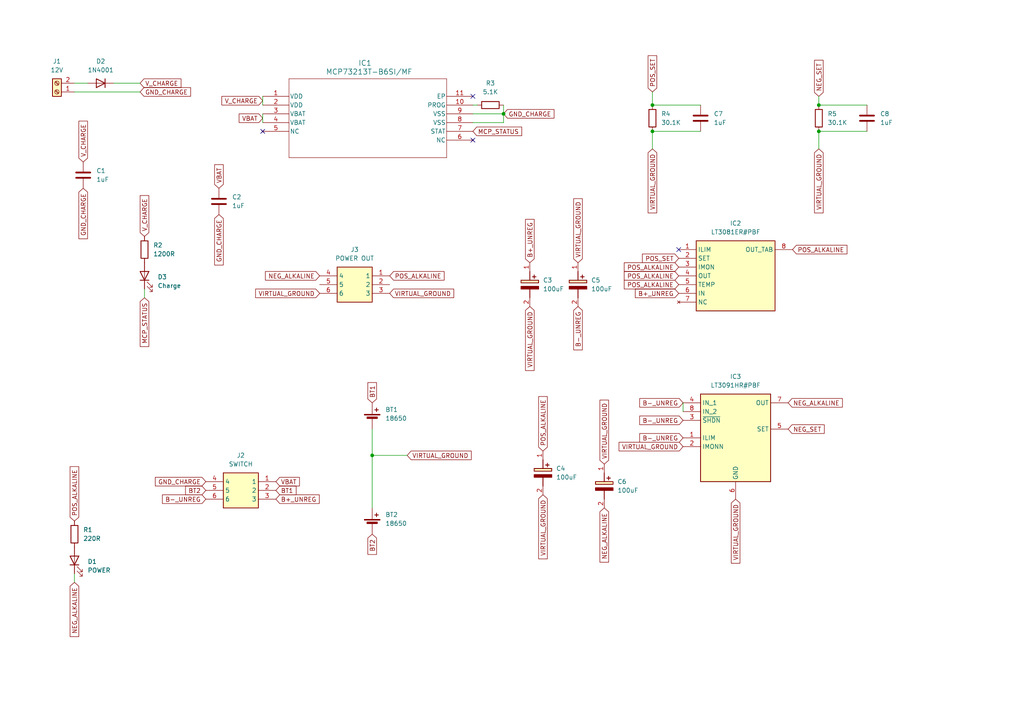
<source format=kicad_sch>
(kicad_sch (version 20231120) (generator "eeschema") (generator_version "8.0")
  (paper "A4")
  (lib_symbols
    (symbol "Connector:Screw_Terminal_01x02" (pin_names (offset 1.016) hide)
      (property "Reference" "J" (at 0 2.54 0))
      (property "Value" "Screw_Terminal_01x02" (at 0 -5.08 0))
      (symbol "Screw_Terminal_01x02_1_1"
        (rectangle (start -1.27 1.27) (end 1.27 -3.81) (stroke (width 0.254)) (fill (type background)))
        (circle (center 0 -2.54) (radius 0.635) (stroke (width 0.1524)))
        (polyline (pts (xy -0.5334 -2.2098) (xy 0.3302 -3.048)) (stroke (width 0.1524)))
        (polyline (pts (xy -0.5334 0.3302) (xy 0.3302 -0.508)) (stroke (width 0.1524)))
        (polyline (pts (xy -0.3556 -2.032) (xy 0.508 -2.8702)) (stroke (width 0.1524)))
        (polyline (pts (xy -0.3556 0.508) (xy 0.508 -0.3302)) (stroke (width 0.1524)))
        (circle (center 0 0) (radius 0.635) (stroke (width 0.1524)))
        (pin passive line (at -5.08 0 0) (length 3.81) (name "Pin_1") (number "1"))
        (pin passive line (at -5.08 -2.54 0) (length 3.81) (name "Pin_2") (number "2"))
      )
    )
    (symbol "Device:Battery_Cell" (pin_numbers hide) (pin_names (offset 0) hide)
      (property "Reference" "BT" (at 2.54 2.54 0))
      (property "Value" "Battery_Cell" (at 2.54 0 0))
      (symbol "Battery_Cell_0_1"
        (rectangle (start -2.286 1.778) (end 2.286 1.524) (fill (type outline)))
        (rectangle (start -1.524 1.016) (end 1.524 0.508) (fill (type outline)))
        (polyline (pts (xy 0 0.762) (xy 0 0)))
        (polyline (pts (xy 0 1.778) (xy 0 2.54)))
        (polyline (pts (xy 0.762 3.048) (xy 1.778 3.048)) (stroke (width 0.254)))
        (polyline (pts (xy 1.27 3.556) (xy 1.27 2.54)) (stroke (width 0.254)))
      )
      (symbol "Battery_Cell_1_1"
        (pin passive line (at 0 5.08 270) (length 2.54) (name "+") (number "1"))
        (pin passive line (at 0 -2.54 90) (length 2.54) (name "-") (number "2"))
      )
    )
    (symbol "Device:C" (pin_numbers hide) (pin_names (offset 0.254))
      (property "Reference" "C" (at 0.635 2.54 0))
      (property "Value" "C" (at 0.635 -2.54 0))
      (symbol "C_0_1"
        (polyline (pts (xy -2.032 -0.762) (xy 2.032 -0.762)) (stroke (width 0.508)))
        (polyline (pts (xy -2.032 0.762) (xy 2.032 0.762)) (stroke (width 0.508)))
      )
      (symbol "C_1_1"
        (pin passive line (at 0 3.81 270) (length 2.794) (name "~") (number "1"))
        (pin passive line (at 0 -3.81 90) (length 2.794) (name "~") (number "2"))
      )
    )
    (symbol "Device:D" (pin_numbers hide) (pin_names (offset 1.016) hide)
      (property "Reference" "D" (at 0 2.54 0))
      (property "Value" "D" (at 0 -2.54 0))
      (symbol "D_0_1"
        (polyline (pts (xy -1.27 1.27) (xy -1.27 -1.27)) (stroke (width 0.254)))
        (polyline (pts (xy 1.27 0) (xy -1.27 0)))
        (polyline (pts (xy 1.27 1.27) (xy 1.27 -1.27) (xy -1.27 0) (xy 1.27 1.27)) (stroke (width 0.254)))
      )
      (symbol "D_1_1"
        (pin passive line (at -3.81 0 0) (length 2.54) (name "K") (number "1"))
        (pin passive line (at 3.81 0 180) (length 2.54) (name "A") (number "2"))
      )
    )
    (symbol "Device:LED" (pin_numbers hide) (pin_names (offset 1.016) hide)
      (property "Reference" "D" (at 0 2.54 0))
      (property "Value" "LED" (at 0 -2.54 0))
      (symbol "LED_0_1"
        (polyline (pts (xy -1.27 -1.27) (xy -1.27 1.27)) (stroke (width 0.254)))
        (polyline (pts (xy -1.27 0) (xy 1.27 0)))
        (polyline (pts (xy 1.27 -1.27) (xy 1.27 1.27) (xy -1.27 0) (xy 1.27 -1.27)) (stroke (width 0.254)))
        (polyline (pts (xy -3.048 -0.762) (xy -4.572 -2.286) (xy -3.81 -2.286) (xy -4.572 -2.286) (xy -4.572 -1.524)))
        (polyline (pts (xy -1.778 -0.762) (xy -3.302 -2.286) (xy -2.54 -2.286) (xy -3.302 -2.286) (xy -3.302 -1.524)))
      )
      (symbol "LED_1_1"
        (pin passive line (at -3.81 0 0) (length 2.54) (name "K") (number "1"))
        (pin passive line (at 3.81 0 180) (length 2.54) (name "A") (number "2"))
      )
    )
    (symbol "Device:R" (pin_numbers hide) (pin_names (offset 0))
      (property "Reference" "R" (at 2.032 0 90))
      (property "Value" "R" (at 0 0 90))
      (symbol "R_0_1"
        (rectangle (start -1.016 -2.54) (end 1.016 2.54) (stroke (width 0.254)))
      )
      (symbol "R_1_1"
        (pin passive line (at 0 3.81 270) (length 1.27) (name "~") (number "1"))
        (pin passive line (at 0 -3.81 90) (length 1.27) (name "~") (number "2"))
      )
    )
    (symbol "LT3081:LT3081ER#PBF"
      (property "Reference" "IC" (at 29.21 7.62 0))
      (property "Value" "LT3081ER#PBF" (at 29.21 5.08 0))
      (symbol "LT3081ER#PBF_1_1"
        (rectangle (start 5.08 2.54) (end 27.94 -17.78) (stroke (width 0.254)) (fill (type background)))
        (pin passive line (at 0 0 0) (length 5.08) (name "ILIM") (number "1"))
        (pin passive line (at 0 -2.54 0) (length 5.08) (name "SET") (number "2"))
        (pin passive line (at 0 -5.08 0) (length 5.08) (name "IMON") (number "3"))
        (pin output line (at 0 -7.62 0) (length 5.08) (name "OUT") (number "4"))
        (pin passive line (at 0 -10.16 0) (length 5.08) (name "TEMP") (number "5"))
        (pin input line (at 0 -12.7 0) (length 5.08) (name "IN") (number "6"))
        (pin no_connect line (at 0 -15.24 0) (length 5.08) (name "NC") (number "7"))
        (pin output line (at 33.02 0 180) (length 5.08) (name "OUT_TAB") (number "8"))
      )
    )
    (symbol "LT3091:LT3091HR#PBF"
      (property "Reference" "IC" (at 26.67 7.62 0))
      (property "Value" "LT3091HR#PBF" (at 26.67 5.08 0))
      (symbol "LT3091HR#PBF_1_1"
        (rectangle (start 5.08 2.54) (end 25.4 -22.86) (stroke (width 0.254)) (fill (type background)))
        (pin passive line (at 0 -10.16 0) (length 5.08) (name "ILIM") (number "1"))
        (pin passive line (at 0 -12.7 0) (length 5.08) (name "IMONN") (number "2"))
        (pin passive line (at 0 -5.08 0) (length 5.08) (name "~{SHDN}") (number "3"))
        (pin passive line (at 0 0 0) (length 5.08) (name "IN_1") (number "4"))
        (pin passive line (at 30.48 -7.62 180) (length 5.08) (name "SET") (number "5"))
        (pin passive line (at 15.24 -27.94 90) (length 5.08) (name "GND") (number "6"))
        (pin passive line (at 30.48 0 180) (length 5.08) (name "OUT") (number "7"))
        (pin passive line (at 0 -2.54 0) (length 5.08) (name "IN_2") (number "8"))
      )
    )
    (symbol "MCP73213T:MCP73213T-A6SI_MF" (pin_names (offset 0.254))
      (property "Reference" "U" (at 30.48 10.16 0))
      (property "Value" "MCP73213T-A6SI/MF" (at 30.48 7.62 0))
      (symbol "MCP73213T-A6SI_MF_0_1"
        (polyline (pts (xy 7.62 -17.78) (xy 53.34 -17.78)) (stroke (width 0.127)))
        (polyline (pts (xy 7.62 5.08) (xy 7.62 -17.78)) (stroke (width 0.127)))
        (polyline (pts (xy 53.34 -17.78) (xy 53.34 5.08)) (stroke (width 0.127)))
        (polyline (pts (xy 53.34 5.08) (xy 7.62 5.08)) (stroke (width 0.127)))
        (pin power_in line (at 0 0 0) (length 7.62) (name "VDD") (number "1"))
        (pin unspecified line (at 60.96 -2.54 180) (length 7.62) (name "PROG") (number "10"))
        (pin unspecified line (at 60.96 0 180) (length 7.62) (name "EP") (number "11"))
        (pin power_in line (at 0 -2.54 0) (length 7.62) (name "VDD") (number "2"))
        (pin power_in line (at 0 -5.08 0) (length 7.62) (name "VBAT") (number "3"))
        (pin power_in line (at 0 -7.62 0) (length 7.62) (name "VBAT") (number "4"))
        (pin no_connect line (at 0 -10.16 0) (length 7.62) (name "NC") (number "5"))
        (pin no_connect line (at 60.96 -12.7 180) (length 7.62) (name "NC") (number "6"))
        (pin output line (at 60.96 -10.16 180) (length 7.62) (name "STAT") (number "7"))
        (pin power_in line (at 60.96 -7.62 180) (length 7.62) (name "VSS") (number "8"))
        (pin power_in line (at 60.96 -5.08 180) (length 7.62) (name "VSS") (number "9"))
      )
    )
    (symbol "WurthCap:865080343009" (pin_names hide)
      (property "Reference" "C" (at 8.89 6.35 0))
      (property "Value" "865080343009" (at 8.89 3.81 0))
      (symbol "865080343009_1_1"
        (polyline (pts (xy 2.54 0) (xy 5.08 0)) (stroke (width 0.254)))
        (polyline (pts (xy 4.064 1.778) (xy 4.064 0.762)) (stroke (width 0.254)))
        (polyline (pts (xy 4.572 1.27) (xy 3.556 1.27)) (stroke (width 0.254)))
        (polyline (pts (xy 7.62 0) (xy 10.16 0)) (stroke (width 0.254)))
        (polyline (pts (xy 7.62 2.54) (xy 7.62 -2.54) (xy 6.858 -2.54) (xy 6.858 2.54) (xy 7.62 2.54)) (stroke (width 0.254)) (fill (type outline)))
        (rectangle (start 5.08 2.54) (end 5.842 -2.54) (stroke (width 0.254)) (fill (type background)))
        (pin passive line (at 0 0 0) (length 2.54) (name "+") (number "1"))
        (pin passive line (at 12.7 0 180) (length 2.54) (name "-") (number "2"))
      )
    )
    (symbol "pcie:45558-0003"
      (property "Reference" "J" (at 16.51 7.62 0))
      (property "Value" "45558-0003" (at 16.51 5.08 0))
      (symbol "45558-0003_1_1"
        (rectangle (start 5.08 2.54) (end 15.24 -7.62) (stroke (width 0.254)) (fill (type background)))
        (pin passive line (at 20.32 0 180) (length 5.08) (name "1") (number "1"))
        (pin passive line (at 20.32 -2.54 180) (length 5.08) (name "2") (number "2"))
        (pin passive line (at 20.32 -5.08 180) (length 5.08) (name "3") (number "3"))
        (pin passive line (at 0 0 0) (length 5.08) (name "4") (number "4"))
        (pin passive line (at 0 -2.54 0) (length 5.08) (name "5") (number "5"))
        (pin passive line (at 0 -5.08 0) (length 5.08) (name "6") (number "6"))
      )
    )
  )
  (junction (at 189.23 38.1))
  (junction (at 189.23 30.48))
  (junction (at 237.49 38.1))
  (junction (at 146.05 33.02))
  (junction (at 237.49 30.48))
  (junction (at 107.95 132.08))
  (no_connect (at 137.16 27.94))
  (no_connect (at 76.2 38.1))
  (no_connect (at 137.16 40.64))
  (no_connect (at 196.85 72.39))
  (wire (pts (xy 137.16 33.02) (xy 146.05 33.02)))
  (wire (pts (xy 137.16 30.48) (xy 138.43 30.48)))
  (wire (pts (xy 21.59 168.91) (xy 21.59 166.37)))
  (wire (pts (xy 137.16 35.56) (xy 146.05 35.56)))
  (wire (pts (xy 21.59 26.67) (xy 40.64 26.67)))
  (wire (pts (xy 189.23 26.67) (xy 189.23 30.48)))
  (wire (pts (xy 189.23 43.18) (xy 189.23 38.1)))
  (wire (pts (xy 237.49 38.1) (xy 237.49 43.18)))
  (wire (pts (xy 237.49 38.1) (xy 251.46 38.1)))
  (wire (pts (xy 237.49 30.48) (xy 251.46 30.48)))
  (wire (pts (xy 41.91 86.36) (xy 41.91 83.82)))
  (wire (pts (xy 21.59 24.13) (xy 25.4 24.13)))
  (wire (pts (xy 198.12 116.84) (xy 198.12 119.38)))
  (wire (pts (xy 76.2 33.02) (xy 76.2 35.56)))
  (wire (pts (xy 76.2 27.94) (xy 76.2 30.48)))
  (wire (pts (xy 189.23 38.1) (xy 203.2 38.1)))
  (wire (pts (xy 107.95 124.46) (xy 107.95 132.08)))
  (wire (pts (xy 237.49 27.94) (xy 237.49 30.48)))
  (wire (pts (xy 146.05 35.56) (xy 146.05 33.02)))
  (wire (pts (xy 107.95 132.08) (xy 107.95 147.32)))
  (wire (pts (xy 189.23 30.48) (xy 203.2 30.48)))
  (wire (pts (xy 146.05 30.48) (xy 146.05 33.02)))
  (wire (pts (xy 33.02 24.13) (xy 40.64 24.13)))
  (wire (pts (xy 118.11 132.08) (xy 107.95 132.08)))
  (global_label "V_CHARGE" (shape input) (at 41.91 68.58 90) (property "Intersheetrefs" "${INTERSHEET_REFS}" (effects (hide yes))))
  (global_label "V_CHARGE" (shape input) (at 24.13 46.99 90) (property "Intersheetrefs" "${INTERSHEET_REFS}" (effects (hide yes))))
  (global_label "BT2" (shape input) (at 59.69 142.24 180) (property "Intersheetrefs" "${INTERSHEET_REFS}" (effects (hide yes))))
  (global_label "POS_ALKALINE" (shape input) (at 196.85 82.55 180) (property "Intersheetrefs" "${INTERSHEET_REFS}" (effects (hide yes))))
  (global_label "V_CHARGE" (shape input) (at 76.2 29.21 180) (property "Intersheetrefs" "${INTERSHEET_REFS}" (effects (hide yes))))
  (global_label "VBAT" (shape input) (at 63.5 54.61 90) (property "Intersheetrefs" "${INTERSHEET_REFS}" (effects (hide yes))))
  (global_label "VIRTUAL_GROUND" (shape input) (at 189.23 43.18 270) (property "Intersheetrefs" "${INTERSHEET_REFS}" (effects (hide yes))))
  (global_label "POS_ALKALINE" (shape input) (at 196.85 77.47 180) (property "Intersheetrefs" "${INTERSHEET_REFS}" (effects (hide yes))))
  (global_label "B-_UNREG" (shape input) (at 198.12 121.92 180) (property "Intersheetrefs" "${INTERSHEET_REFS}" (effects (hide yes))))
  (global_label "NEG_ALKALINE" (shape input) (at 21.59 168.91 270) (property "Intersheetrefs" "${INTERSHEET_REFS}" (effects (hide yes))))
  (global_label "POS_SET" (shape input) (at 189.23 26.67 90) (property "Intersheetrefs" "${INTERSHEET_REFS}" (effects (hide yes))))
  (global_label "POS_ALKALINE" (shape input) (at 196.85 80.01 180) (property "Intersheetrefs" "${INTERSHEET_REFS}" (effects (hide yes))))
  (global_label "BT1" (shape input) (at 107.95 116.84 90) (property "Intersheetrefs" "${INTERSHEET_REFS}" (effects (hide yes))))
  (global_label "POS_SET" (shape input) (at 196.85 74.93 180) (property "Intersheetrefs" "${INTERSHEET_REFS}" (effects (hide yes))))
  (global_label "POS_ALKALINE" (shape input) (at 21.59 151.13 90) (property "Intersheetrefs" "${INTERSHEET_REFS}" (effects (hide yes))))
  (global_label "VBAT" (shape input) (at 80.01 139.7 0) (property "Intersheetrefs" "${INTERSHEET_REFS}" (effects (hide yes))))
  (global_label "NEG_SET" (shape input) (at 237.49 27.94 90) (property "Intersheetrefs" "${INTERSHEET_REFS}" (effects (hide yes))))
  (global_label "VIRTUAL_GROUND" (shape input) (at 237.49 43.18 270) (property "Intersheetrefs" "${INTERSHEET_REFS}" (effects (hide yes))))
  (global_label "POS_ALKALINE" (shape input) (at 157.48 130.81 90) (property "Intersheetrefs" "${INTERSHEET_REFS}" (effects (hide yes))))
  (global_label "NEG_ALKALINE" (shape input) (at 228.6 116.84 0) (property "Intersheetrefs" "${INTERSHEET_REFS}" (effects (hide yes))))
  (global_label "GND_CHARGE" (shape input) (at 24.13 54.61 270) (property "Intersheetrefs" "${INTERSHEET_REFS}" (effects (hide yes))))
  (global_label "NEG_ALKALINE" (shape input) (at 92.71 80.01 180) (property "Intersheetrefs" "${INTERSHEET_REFS}" (effects (hide yes))))
  (global_label "VIRTUAL_GROUND" (shape input) (at 175.26 134.62 90) (property "Intersheetrefs" "${INTERSHEET_REFS}" (effects (hide yes))))
  (global_label "MCP_STATUS" (shape input) (at 41.91 86.36 270) (property "Intersheetrefs" "${INTERSHEET_REFS}" (effects (hide yes))))
  (global_label "VBAT" (shape input) (at 76.2 34.29 180) (property "Intersheetrefs" "${INTERSHEET_REFS}" (effects (hide yes))))
  (global_label "NEG_SET" (shape input) (at 228.6 124.46 0) (property "Intersheetrefs" "${INTERSHEET_REFS}" (effects (hide yes))))
  (global_label "VIRTUAL_GROUND" (shape input) (at 113.03 85.09 0) (property "Intersheetrefs" "${INTERSHEET_REFS}" (effects (hide yes))))
  (global_label "POS_ALKALINE" (shape input) (at 113.03 80.01 0) (property "Intersheetrefs" "${INTERSHEET_REFS}" (effects (hide yes))))
  (global_label "B-_UNREG" (shape input) (at 198.12 116.84 180) (property "Intersheetrefs" "${INTERSHEET_REFS}" (effects (hide yes))))
  (global_label "V_CHARGE" (shape input) (at 40.64 24.13 0) (property "Intersheetrefs" "${INTERSHEET_REFS}" (effects (hide yes))))
  (global_label "B-_UNREG" (shape input) (at 59.69 144.78 180) (property "Intersheetrefs" "${INTERSHEET_REFS}" (effects (hide yes))))
  (global_label "VIRTUAL_GROUND" (shape input) (at 153.67 88.9 270) (property "Intersheetrefs" "${INTERSHEET_REFS}" (effects (hide yes))))
  (global_label "VIRTUAL_GROUND" (shape input) (at 157.48 143.51 270) (property "Intersheetrefs" "${INTERSHEET_REFS}" (effects (hide yes))))
  (global_label "VIRTUAL_GROUND" (shape input) (at 167.64 76.2 90) (property "Intersheetrefs" "${INTERSHEET_REFS}" (effects (hide yes))))
  (global_label "B-_UNREG" (shape input) (at 167.64 88.9 270) (property "Intersheetrefs" "${INTERSHEET_REFS}" (effects (hide yes))))
  (global_label "POS_ALKALINE" (shape input) (at 229.87 72.39 0) (property "Intersheetrefs" "${INTERSHEET_REFS}" (effects (hide yes))))
  (global_label "B+_UNREG" (shape input) (at 153.67 76.2 90) (property "Intersheetrefs" "${INTERSHEET_REFS}" (effects (hide yes))))
  (global_label "B-_UNREG" (shape input) (at 198.12 127 180) (property "Intersheetrefs" "${INTERSHEET_REFS}" (effects (hide yes))))
  (global_label "BT2" (shape input) (at 107.95 154.94 270) (property "Intersheetrefs" "${INTERSHEET_REFS}" (effects (hide yes))))
  (global_label "GND_CHARGE" (shape input) (at 59.69 139.7 180) (property "Intersheetrefs" "${INTERSHEET_REFS}" (effects (hide yes))))
  (global_label "VIRTUAL_GROUND" (shape input) (at 213.36 144.78 270) (property "Intersheetrefs" "${INTERSHEET_REFS}" (effects (hide yes))))
  (global_label "VIRTUAL_GROUND" (shape input) (at 118.11 132.08 0) (property "Intersheetrefs" "${INTERSHEET_REFS}" (effects (hide yes))))
  (global_label "VIRTUAL_GROUND" (shape input) (at 92.71 85.09 180) (property "Intersheetrefs" "${INTERSHEET_REFS}" (effects (hide yes))))
  (global_label "BT1" (shape input) (at 80.01 142.24 0) (property "Intersheetrefs" "${INTERSHEET_REFS}" (effects (hide yes))))
  (global_label "MCP_STATUS" (shape input) (at 137.16 38.1 0) (property "Intersheetrefs" "${INTERSHEET_REFS}" (effects (hide yes))))
  (global_label "NEG_ALKALINE" (shape input) (at 175.26 147.32 270) (property "Intersheetrefs" "${INTERSHEET_REFS}" (effects (hide yes))))
  (global_label "B+_UNREG" (shape input) (at 80.01 144.78 0) (property "Intersheetrefs" "${INTERSHEET_REFS}" (effects (hide yes))))
  (global_label "VIRTUAL_GROUND" (shape input) (at 198.12 129.54 180) (property "Intersheetrefs" "${INTERSHEET_REFS}" (effects (hide yes))))
  (global_label "GND_CHARGE" (shape input) (at 63.5 62.23 270) (property "Intersheetrefs" "${INTERSHEET_REFS}" (effects (hide yes))))
  (global_label "GND_CHARGE" (shape input) (at 146.05 33.02 0) (property "Intersheetrefs" "${INTERSHEET_REFS}" (effects (hide yes))))
  (global_label "GND_CHARGE" (shape input) (at 40.64 26.67 0) (property "Intersheetrefs" "${INTERSHEET_REFS}" (effects (hide yes))))
  (global_label "B+_UNREG" (shape input) (at 196.85 85.09 180) (property "Intersheetrefs" "${INTERSHEET_REFS}" (effects (hide yes))))
  (symbol (lib_id "WurthCap:865080343009") (at 157.48 130.81 270) (unit 1)
    (property "Reference" "C4" (at 161.29 135.8899 90) (effects (justify left)))
    (property "Value" "100uF" (at 161.29 138.4299 90) (effects (justify left)))
    (property "Footprint" "WurthCap:865080343009" (effects (hide yes)))
    (property "Datasheet" "http://katalog.we-online.com/pbs/datasheet/865080343009.pdf" (effects (hide yes)))
    (property "Description" "Wurth Elektronik 100uF 16 V dc Aluminium Electrolytic Capacitor, WCAP-ASLI Series 2000h 6.3 (Dia.) x 5.35mm" (effects (hide yes)))
    (property "Height" "5" (effects (hide yes)))
    (property "Manufacturer_Name" "Wurth Elektronik" (effects (hide yes)))
    (property "Manufacturer_Part_Number" "865080343009" (effects (hide yes)))
    (property "Mouser Part Number" "710-865080343009" (effects (hide yes)))
    (property "Mouser Price/Stock" "https://www.mouser.co.uk/ProductDetail/Wurth-Elektronik/865080343009?qs=0KOYDY2FL28Gid9q%2FqirTQ%3D%3D" (effects (hide yes)))
  )
  (symbol (lib_id "Device:D") (at 29.21 24.13 180) (unit 1)
    (property "Reference" "D2" (at 29.21 17.78 0))
    (property "Value" "1N4001" (at 29.21 20.32 0))
    (property "Footprint" "Diode_THT:D_DO-41_SOD81_P10.16mm_Horizontal" (effects (hide yes)))
    (property "Description" "Diode" (effects (hide yes)))
    (property "Sim.Device" "D" (effects (hide yes)))
    (property "Sim.Pins" "1=K 2=A" (effects (hide yes)))
  )
  (symbol (lib_id "Device:C") (at 203.2 34.29 0) (unit 1)
    (property "Reference" "C7" (at 207.01 33.0199 0) (effects (justify left)))
    (property "Value" "1uF" (at 207.01 35.5599 0) (effects (justify left)))
    (property "Footprint" "Capacitor_SMD:C_0603_1608Metric" (effects (hide yes)))
    (property "Description" "Unpolarized capacitor" (effects (hide yes)))
  )
  (symbol (lib_id "Device:C") (at 24.13 50.8 0) (unit 1)
    (property "Reference" "C1" (at 27.94 49.5299 0) (effects (justify left)))
    (property "Value" "1uF" (at 27.94 52.0699 0) (effects (justify left)))
    (property "Footprint" "PCM_Capacitor_SMD_AKL:C_0603_1608Metric_Pad1.08x0.95mm_HandSolder" (effects (hide yes)))
    (property "Description" "Unpolarized capacitor" (effects (hide yes)))
  )
  (symbol (lib_id "LT3081:LT3081ER#PBF") (at 196.85 72.39 0) (unit 1)
    (property "Reference" "IC2" (at 213.36 64.77 0))
    (property "Value" "LT3081ER#PBF" (at 213.36 67.31 0))
    (property "Footprint" "LT3081:TO127P1394X457-8N" (effects (hide yes)))
    (property "Datasheet" "http://cds.linear.com/docs/en/datasheet/3081fc.pdf" (effects (hide yes)))
    (property "Description" "1.5A Single Resistor Rugged Linear Regulator with Monitors" (effects (hide yes)))
    (property "Height" "4.572" (effects (hide yes)))
    (property "Manufacturer_Name" "Analog Devices" (effects (hide yes)))
    (property "Manufacturer_Part_Number" "LT3081ER#PBF" (effects (hide yes)))
    (property "Mouser Part Number" "584-LT3081ER#PBF" (effects (hide yes)))
    (property "Mouser Price/Stock" "https://www.mouser.co.uk/ProductDetail/Analog-Devices/LT3081ERPBF?qs=hVkxg5c3xu9EsVcFcpdoiQ%3D%3D" (effects (hide yes)))
    (property "Arrow Part Number" "LT3081ER#PBF" (effects (hide yes)))
    (property "Arrow Price/Stock" "https://www.arrow.com/en/products/lt3081erpbf/analog-devices?region=nac" (effects (hide yes)))
  )
  (symbol (lib_id "Device:C") (at 63.5 58.42 0) (unit 1)
    (property "Reference" "C2" (at 67.31 57.1499 0) (effects (justify left)))
    (property "Value" "1uF" (at 67.31 59.6899 0) (effects (justify left)))
    (property "Footprint" "PCM_Capacitor_SMD_AKL:C_0603_1608Metric_Pad1.08x0.95mm_HandSolder" (effects (hide yes)))
    (property "Description" "Unpolarized capacitor" (effects (hide yes)))
  )
  (symbol (lib_id "Device:LED") (at 21.59 162.56 90) (unit 1)
    (property "Reference" "D1" (at 25.4 162.8774 90) (effects (justify right)))
    (property "Value" "POWER" (at 25.4 165.4174 90) (effects (justify right)))
    (property "Footprint" "Connector_PinHeader_2.54mm:PinHeader_2x01_P2.54mm_Vertical" (effects (hide yes)))
    (property "Description" "Light emitting diode" (effects (hide yes)))
  )
  (symbol (lib_id "pcie:45558-0003") (at 92.71 80.01 0) (unit 1)
    (property "Reference" "J3" (at 102.87 72.39 0))
    (property "Value" "POWER OUT" (at 102.87 74.93 0))
    (property "Footprint" "455580003" (effects (hide yes)))
    (property "Datasheet" "https://www.molex.com/pdm_docs/sd/455580003_sd.pdf" (effects (hide yes)))
    (property "Description" "MOLEX - 45558-0003 - CONNECTOR, HEADER, 6POS, 2ROW, 4.2MM" (effects (hide yes)))
    (property "Height" "10" (effects (hide yes)))
    (property "Manufacturer_Name" "Molex" (effects (hide yes)))
    (property "Manufacturer_Part_Number" "45558-0003" (effects (hide yes)))
    (property "Mouser Part Number" "538-45558-0003" (effects (hide yes)))
    (property "Mouser Price/Stock" "https://www.mouser.co.uk/ProductDetail/Molex/45558-0003?qs=c7kbnNtxOmgPtIF7q2whYA%3D%3D" (effects (hide yes)))
  )
  (symbol (lib_id "Device:Battery_Cell") (at 107.95 121.92 0) (unit 1)
    (property "Reference" "BT1" (at 111.76 118.8084 0) (effects (justify left)))
    (property "Value" "18650" (at 111.76 121.3484 0) (effects (justify left)))
    (property "Footprint" "Battery:1043" (effects (hide yes)))
    (property "Description" "Single-cell battery" (effects (hide yes)))
  )
  (symbol (lib_id "Device:R") (at 41.91 72.39 0) (unit 1)
    (property "Reference" "R2" (at 44.45 71.1199 0) (effects (justify left)))
    (property "Value" "1200R" (at 44.45 73.6599 0) (effects (justify left)))
    (property "Footprint" "Resistor_SMD:R_0603_1608Metric" (effects (hide yes)))
    (property "Description" "Resistor" (effects (hide yes)))
  )
  (symbol (lib_id "LT3091:LT3091HR#PBF") (at 198.12 116.84 0) (unit 1)
    (property "Reference" "IC3" (at 213.36 109.22 0))
    (property "Value" "LT3091HR#PBF" (at 213.36 111.76 0))
    (property "Footprint" "LT3091:LT3091HRPBF" (effects (hide yes)))
    (property "Datasheet" "https://www.arrow.com/en/products/lt3091hrpbf/analog-devices" (effects (hide yes)))
    (property "Description" "LDO Regulator Neg 0V to -32V 1.5A Automotive 8-Pin(7+Tab) DDPAK Tube" (effects (hide yes)))
    (property "Height" "4.572" (effects (hide yes)))
    (property "Manufacturer_Name" "Analog Devices" (effects (hide yes)))
    (property "Manufacturer_Part_Number" "LT3091HR#PBF" (effects (hide yes)))
    (property "Mouser Part Number" "584-LT3091HR#PBF" (effects (hide yes)))
    (property "Mouser Price/Stock" "https://www.mouser.co.uk/ProductDetail/Analog-Devices/LT3091HRPBF?qs=oahfZPh6IAJ3I%2FfJYNjUpg%3D%3D" (effects (hide yes)))
    (property "Arrow Part Number" "LT3091HR#PBF" (effects (hide yes)))
    (property "Arrow Price/Stock" "https://www.arrow.com/en/products/lt3091hrpbf/analog-devices" (effects (hide yes)))
  )
  (symbol (lib_id "Device:Battery_Cell") (at 107.95 152.4 0) (unit 1)
    (property "Reference" "BT2" (at 111.76 149.2884 0) (effects (justify left)))
    (property "Value" "18650" (at 111.76 151.8284 0) (effects (justify left)))
    (property "Footprint" "Battery:1043" (effects (hide yes)))
    (property "Description" "Single-cell battery" (effects (hide yes)))
  )
  (symbol (lib_id "WurthCap:865080343009") (at 153.67 76.2 270) (unit 1)
    (property "Reference" "C3" (at 157.48 81.2799 90) (effects (justify left)))
    (property "Value" "100uF" (at 157.48 83.8199 90) (effects (justify left)))
    (property "Footprint" "WurthCap:865080343009" (effects (hide yes)))
    (property "Datasheet" "http://katalog.we-online.com/pbs/datasheet/865080343009.pdf" (effects (hide yes)))
    (property "Description" "Wurth Elektronik 100uF 16 V dc Aluminium Electrolytic Capacitor, WCAP-ASLI Series 2000h 6.3 (Dia.) x 5.35mm" (effects (hide yes)))
    (property "Height" "5" (effects (hide yes)))
    (property "Manufacturer_Name" "Wurth Elektronik" (effects (hide yes)))
    (property "Manufacturer_Part_Number" "865080343009" (effects (hide yes)))
    (property "Mouser Part Number" "710-865080343009" (effects (hide yes)))
    (property "Mouser Price/Stock" "https://www.mouser.co.uk/ProductDetail/Wurth-Elektronik/865080343009?qs=0KOYDY2FL28Gid9q%2FqirTQ%3D%3D" (effects (hide yes)))
  )
  (symbol (lib_id "Device:R") (at 189.23 34.29 0) (unit 1)
    (property "Reference" "R4" (at 191.77 33.0199 0) (effects (justify left)))
    (property "Value" "30.1K" (at 191.77 35.5599 0) (effects (justify left)))
    (property "Footprint" "Resistor_SMD:R_0603_1608Metric" (effects (hide yes)))
    (property "Description" "Resistor" (effects (hide yes)))
  )
  (symbol (lib_id "MCP73213T:MCP73213T-A6SI_MF") (at 76.2 27.94 0) (unit 1)
    (property "Reference" "IC1" (at 103.886 18.288 0) (effects (font (size 1.524 1.524)) (justify left)))
    (property "Value" "MCP73213T-B6SI/MF" (at 94.4879 20.828 0) (effects (font (size 1.524 1.524)) (justify left)))
    (property "Footprint" "MCP73213T:DFN10_3x3MC_MCH-M" (effects (hide yes)))
    (property "Datasheet" "MCP73213T-A6SI/MF" (effects (hide yes)))
  )
  (symbol (lib_id "WurthCap:865080343009") (at 167.64 76.2 270) (unit 1)
    (property "Reference" "C5" (at 171.45 81.2799 90) (effects (justify left)))
    (property "Value" "100uF" (at 171.45 83.8199 90) (effects (justify left)))
    (property "Footprint" "WurthCap:865080343009" (effects (hide yes)))
    (property "Datasheet" "http://katalog.we-online.com/pbs/datasheet/865080343009.pdf" (effects (hide yes)))
    (property "Description" "Wurth Elektronik 100uF 16 V dc Aluminium Electrolytic Capacitor, WCAP-ASLI Series 2000h 6.3 (Dia.) x 5.35mm" (effects (hide yes)))
    (property "Height" "5" (effects (hide yes)))
    (property "Manufacturer_Name" "Wurth Elektronik" (effects (hide yes)))
    (property "Manufacturer_Part_Number" "865080343009" (effects (hide yes)))
    (property "Mouser Part Number" "710-865080343009" (effects (hide yes)))
    (property "Mouser Price/Stock" "https://www.mouser.co.uk/ProductDetail/Wurth-Elektronik/865080343009?qs=0KOYDY2FL28Gid9q%2FqirTQ%3D%3D" (effects (hide yes)))
  )
  (symbol (lib_id "Connector:Screw_Terminal_01x02") (at 16.51 26.67 180) (unit 1)
    (property "Reference" "J1" (at 16.51 17.78 0))
    (property "Value" "12V" (at 16.51 20.32 0))
    (property "Footprint" "TerminalBlock_Phoenix:TerminalBlock_Phoenix_MKDS-1,5-2-5.08_1x02_P5.08mm_Horizontal" (effects (hide yes)))
    (property "Description" "Generic screw terminal, single row, 01x02, script generated (kicad-library-utils/schlib/autogen/connector/)" (effects (hide yes)))
  )
  (symbol (lib_id "pcie:45558-0003") (at 59.69 139.7 0) (unit 1)
    (property "Reference" "J2" (at 69.85 132.08 0))
    (property "Value" "SWITCH" (at 69.85 134.62 0))
    (property "Footprint" "pcie:455580003" (effects (hide yes)))
    (property "Datasheet" "https://www.molex.com/pdm_docs/sd/455580003_sd.pdf" (effects (hide yes)))
    (property "Description" "MOLEX - 45558-0003 - CONNECTOR, HEADER, 6POS, 2ROW, 4.2MM" (effects (hide yes)))
    (property "Height" "10" (effects (hide yes)))
    (property "Manufacturer_Name" "Molex" (effects (hide yes)))
    (property "Manufacturer_Part_Number" "45558-0003" (effects (hide yes)))
    (property "Mouser Part Number" "538-45558-0003" (effects (hide yes)))
    (property "Mouser Price/Stock" "https://www.mouser.co.uk/ProductDetail/Molex/45558-0003?qs=c7kbnNtxOmgPtIF7q2whYA%3D%3D" (effects (hide yes)))
  )
  (symbol (lib_id "Device:LED") (at 41.91 80.01 90) (unit 1)
    (property "Reference" "D3" (at 45.72 80.3274 90) (effects (justify right)))
    (property "Value" "Charge" (at 45.72 82.8674 90) (effects (justify right)))
    (property "Footprint" "Connector_PinHeader_2.54mm:PinHeader_2x01_P2.54mm_Vertical" (effects (hide yes)))
    (property "Description" "Light emitting diode" (effects (hide yes)))
  )
  (symbol (lib_id "Device:R") (at 21.59 154.94 0) (unit 1)
    (property "Reference" "R1" (at 24.13 153.6699 0) (effects (justify left)))
    (property "Value" "220R" (at 24.13 156.2099 0) (effects (justify left)))
    (property "Footprint" "Resistor_SMD:R_0603_1608Metric" (effects (hide yes)))
    (property "Description" "Resistor" (effects (hide yes)))
  )
  (symbol (lib_id "WurthCap:865080343009") (at 175.26 134.62 270) (unit 1)
    (property "Reference" "C6" (at 179.07 139.6999 90) (effects (justify left)))
    (property "Value" "100uF" (at 179.07 142.2399 90) (effects (justify left)))
    (property "Footprint" "WurthCap:865080343009" (effects (hide yes)))
    (property "Datasheet" "http://katalog.we-online.com/pbs/datasheet/865080343009.pdf" (effects (hide yes)))
    (property "Description" "Wurth Elektronik 100uF 16 V dc Aluminium Electrolytic Capacitor, WCAP-ASLI Series 2000h 6.3 (Dia.) x 5.35mm" (effects (hide yes)))
    (property "Height" "5" (effects (hide yes)))
    (property "Manufacturer_Name" "Wurth Elektronik" (effects (hide yes)))
    (property "Manufacturer_Part_Number" "865080343009" (effects (hide yes)))
    (property "Mouser Part Number" "710-865080343009" (effects (hide yes)))
    (property "Mouser Price/Stock" "https://www.mouser.co.uk/ProductDetail/Wurth-Elektronik/865080343009?qs=0KOYDY2FL28Gid9q%2FqirTQ%3D%3D" (effects (hide yes)))
  )
  (symbol (lib_id "Device:R") (at 237.49 34.29 0) (unit 1)
    (property "Reference" "R5" (at 240.03 33.0199 0) (effects (justify left)))
    (property "Value" "30.1K" (at 240.03 35.5599 0) (effects (justify left)))
    (property "Footprint" "Resistor_SMD:R_0603_1608Metric" (effects (hide yes)))
    (property "Description" "Resistor" (effects (hide yes)))
  )
  (symbol (lib_id "Device:C") (at 251.46 34.29 0) (unit 1)
    (property "Reference" "C8" (at 255.27 33.0199 0) (effects (justify left)))
    (property "Value" "1uF" (at 255.27 35.5599 0) (effects (justify left)))
    (property "Footprint" "Capacitor_SMD:C_0603_1608Metric" (effects (hide yes)))
    (property "Description" "Unpolarized capacitor" (effects (hide yes)))
  )
  (symbol (lib_id "Device:R") (at 142.24 30.48 90) (unit 1)
    (property "Reference" "R3" (at 142.24 24.13 90))
    (property "Value" "5.1K" (at 142.24 26.67 90))
    (property "Footprint" "Resistor_SMD:R_0603_1608Metric" (effects (hide yes)))
    (property "Description" "Resistor" (effects (hide yes)))
  )
)
</source>
